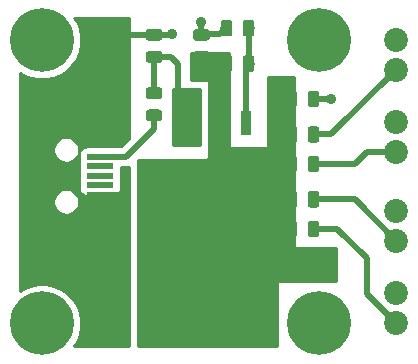
<source format=gbr>
G04 #@! TF.GenerationSoftware,KiCad,Pcbnew,(5.1.4)-1*
G04 #@! TF.CreationDate,2019-10-26T12:02:25-04:00*
G04 #@! TF.ProjectId,solar_NiMH_emulation,736f6c61-725f-44e6-994d-485f656d756c,rev?*
G04 #@! TF.SameCoordinates,Original*
G04 #@! TF.FileFunction,Copper,L1,Top*
G04 #@! TF.FilePolarity,Positive*
%FSLAX46Y46*%
G04 Gerber Fmt 4.6, Leading zero omitted, Abs format (unit mm)*
G04 Created by KiCad (PCBNEW (5.1.4)-1) date 2019-10-26 12:02:25*
%MOMM*%
%LPD*%
G04 APERTURE LIST*
%ADD10C,5.400000*%
%ADD11C,0.100000*%
%ADD12C,0.975000*%
%ADD13R,2.500000X2.000000*%
%ADD14R,2.300000X0.500000*%
%ADD15C,2.020000*%
%ADD16R,0.950000X2.150000*%
%ADD17R,3.250000X2.150000*%
%ADD18C,0.900000*%
%ADD19C,0.500000*%
%ADD20C,0.254000*%
G04 APERTURE END LIST*
D10*
X141500000Y-93000000D03*
X141500000Y-117000000D03*
X118000000Y-117000000D03*
X118000000Y-93000000D03*
D11*
G36*
X127980142Y-93951174D02*
G01*
X128003803Y-93954684D01*
X128027007Y-93960496D01*
X128049529Y-93968554D01*
X128071153Y-93978782D01*
X128091670Y-93991079D01*
X128110883Y-94005329D01*
X128128607Y-94021393D01*
X128144671Y-94039117D01*
X128158921Y-94058330D01*
X128171218Y-94078847D01*
X128181446Y-94100471D01*
X128189504Y-94122993D01*
X128195316Y-94146197D01*
X128198826Y-94169858D01*
X128200000Y-94193750D01*
X128200000Y-94681250D01*
X128198826Y-94705142D01*
X128195316Y-94728803D01*
X128189504Y-94752007D01*
X128181446Y-94774529D01*
X128171218Y-94796153D01*
X128158921Y-94816670D01*
X128144671Y-94835883D01*
X128128607Y-94853607D01*
X128110883Y-94869671D01*
X128091670Y-94883921D01*
X128071153Y-94896218D01*
X128049529Y-94906446D01*
X128027007Y-94914504D01*
X128003803Y-94920316D01*
X127980142Y-94923826D01*
X127956250Y-94925000D01*
X127043750Y-94925000D01*
X127019858Y-94923826D01*
X126996197Y-94920316D01*
X126972993Y-94914504D01*
X126950471Y-94906446D01*
X126928847Y-94896218D01*
X126908330Y-94883921D01*
X126889117Y-94869671D01*
X126871393Y-94853607D01*
X126855329Y-94835883D01*
X126841079Y-94816670D01*
X126828782Y-94796153D01*
X126818554Y-94774529D01*
X126810496Y-94752007D01*
X126804684Y-94728803D01*
X126801174Y-94705142D01*
X126800000Y-94681250D01*
X126800000Y-94193750D01*
X126801174Y-94169858D01*
X126804684Y-94146197D01*
X126810496Y-94122993D01*
X126818554Y-94100471D01*
X126828782Y-94078847D01*
X126841079Y-94058330D01*
X126855329Y-94039117D01*
X126871393Y-94021393D01*
X126889117Y-94005329D01*
X126908330Y-93991079D01*
X126928847Y-93978782D01*
X126950471Y-93968554D01*
X126972993Y-93960496D01*
X126996197Y-93954684D01*
X127019858Y-93951174D01*
X127043750Y-93950000D01*
X127956250Y-93950000D01*
X127980142Y-93951174D01*
X127980142Y-93951174D01*
G37*
D12*
X127500000Y-94437500D03*
D11*
G36*
X127980142Y-92076174D02*
G01*
X128003803Y-92079684D01*
X128027007Y-92085496D01*
X128049529Y-92093554D01*
X128071153Y-92103782D01*
X128091670Y-92116079D01*
X128110883Y-92130329D01*
X128128607Y-92146393D01*
X128144671Y-92164117D01*
X128158921Y-92183330D01*
X128171218Y-92203847D01*
X128181446Y-92225471D01*
X128189504Y-92247993D01*
X128195316Y-92271197D01*
X128198826Y-92294858D01*
X128200000Y-92318750D01*
X128200000Y-92806250D01*
X128198826Y-92830142D01*
X128195316Y-92853803D01*
X128189504Y-92877007D01*
X128181446Y-92899529D01*
X128171218Y-92921153D01*
X128158921Y-92941670D01*
X128144671Y-92960883D01*
X128128607Y-92978607D01*
X128110883Y-92994671D01*
X128091670Y-93008921D01*
X128071153Y-93021218D01*
X128049529Y-93031446D01*
X128027007Y-93039504D01*
X128003803Y-93045316D01*
X127980142Y-93048826D01*
X127956250Y-93050000D01*
X127043750Y-93050000D01*
X127019858Y-93048826D01*
X126996197Y-93045316D01*
X126972993Y-93039504D01*
X126950471Y-93031446D01*
X126928847Y-93021218D01*
X126908330Y-93008921D01*
X126889117Y-92994671D01*
X126871393Y-92978607D01*
X126855329Y-92960883D01*
X126841079Y-92941670D01*
X126828782Y-92921153D01*
X126818554Y-92899529D01*
X126810496Y-92877007D01*
X126804684Y-92853803D01*
X126801174Y-92830142D01*
X126800000Y-92806250D01*
X126800000Y-92318750D01*
X126801174Y-92294858D01*
X126804684Y-92271197D01*
X126810496Y-92247993D01*
X126818554Y-92225471D01*
X126828782Y-92203847D01*
X126841079Y-92183330D01*
X126855329Y-92164117D01*
X126871393Y-92146393D01*
X126889117Y-92130329D01*
X126908330Y-92116079D01*
X126928847Y-92103782D01*
X126950471Y-92093554D01*
X126972993Y-92085496D01*
X126996197Y-92079684D01*
X127019858Y-92076174D01*
X127043750Y-92075000D01*
X127956250Y-92075000D01*
X127980142Y-92076174D01*
X127980142Y-92076174D01*
G37*
D12*
X127500000Y-92562500D03*
D11*
G36*
X131980142Y-92076174D02*
G01*
X132003803Y-92079684D01*
X132027007Y-92085496D01*
X132049529Y-92093554D01*
X132071153Y-92103782D01*
X132091670Y-92116079D01*
X132110883Y-92130329D01*
X132128607Y-92146393D01*
X132144671Y-92164117D01*
X132158921Y-92183330D01*
X132171218Y-92203847D01*
X132181446Y-92225471D01*
X132189504Y-92247993D01*
X132195316Y-92271197D01*
X132198826Y-92294858D01*
X132200000Y-92318750D01*
X132200000Y-92806250D01*
X132198826Y-92830142D01*
X132195316Y-92853803D01*
X132189504Y-92877007D01*
X132181446Y-92899529D01*
X132171218Y-92921153D01*
X132158921Y-92941670D01*
X132144671Y-92960883D01*
X132128607Y-92978607D01*
X132110883Y-92994671D01*
X132091670Y-93008921D01*
X132071153Y-93021218D01*
X132049529Y-93031446D01*
X132027007Y-93039504D01*
X132003803Y-93045316D01*
X131980142Y-93048826D01*
X131956250Y-93050000D01*
X131043750Y-93050000D01*
X131019858Y-93048826D01*
X130996197Y-93045316D01*
X130972993Y-93039504D01*
X130950471Y-93031446D01*
X130928847Y-93021218D01*
X130908330Y-93008921D01*
X130889117Y-92994671D01*
X130871393Y-92978607D01*
X130855329Y-92960883D01*
X130841079Y-92941670D01*
X130828782Y-92921153D01*
X130818554Y-92899529D01*
X130810496Y-92877007D01*
X130804684Y-92853803D01*
X130801174Y-92830142D01*
X130800000Y-92806250D01*
X130800000Y-92318750D01*
X130801174Y-92294858D01*
X130804684Y-92271197D01*
X130810496Y-92247993D01*
X130818554Y-92225471D01*
X130828782Y-92203847D01*
X130841079Y-92183330D01*
X130855329Y-92164117D01*
X130871393Y-92146393D01*
X130889117Y-92130329D01*
X130908330Y-92116079D01*
X130928847Y-92103782D01*
X130950471Y-92093554D01*
X130972993Y-92085496D01*
X130996197Y-92079684D01*
X131019858Y-92076174D01*
X131043750Y-92075000D01*
X131956250Y-92075000D01*
X131980142Y-92076174D01*
X131980142Y-92076174D01*
G37*
D12*
X131500000Y-92562500D03*
D11*
G36*
X131980142Y-93951174D02*
G01*
X132003803Y-93954684D01*
X132027007Y-93960496D01*
X132049529Y-93968554D01*
X132071153Y-93978782D01*
X132091670Y-93991079D01*
X132110883Y-94005329D01*
X132128607Y-94021393D01*
X132144671Y-94039117D01*
X132158921Y-94058330D01*
X132171218Y-94078847D01*
X132181446Y-94100471D01*
X132189504Y-94122993D01*
X132195316Y-94146197D01*
X132198826Y-94169858D01*
X132200000Y-94193750D01*
X132200000Y-94681250D01*
X132198826Y-94705142D01*
X132195316Y-94728803D01*
X132189504Y-94752007D01*
X132181446Y-94774529D01*
X132171218Y-94796153D01*
X132158921Y-94816670D01*
X132144671Y-94835883D01*
X132128607Y-94853607D01*
X132110883Y-94869671D01*
X132091670Y-94883921D01*
X132071153Y-94896218D01*
X132049529Y-94906446D01*
X132027007Y-94914504D01*
X132003803Y-94920316D01*
X131980142Y-94923826D01*
X131956250Y-94925000D01*
X131043750Y-94925000D01*
X131019858Y-94923826D01*
X130996197Y-94920316D01*
X130972993Y-94914504D01*
X130950471Y-94906446D01*
X130928847Y-94896218D01*
X130908330Y-94883921D01*
X130889117Y-94869671D01*
X130871393Y-94853607D01*
X130855329Y-94835883D01*
X130841079Y-94816670D01*
X130828782Y-94796153D01*
X130818554Y-94774529D01*
X130810496Y-94752007D01*
X130804684Y-94728803D01*
X130801174Y-94705142D01*
X130800000Y-94681250D01*
X130800000Y-94193750D01*
X130801174Y-94169858D01*
X130804684Y-94146197D01*
X130810496Y-94122993D01*
X130818554Y-94100471D01*
X130828782Y-94078847D01*
X130841079Y-94058330D01*
X130855329Y-94039117D01*
X130871393Y-94021393D01*
X130889117Y-94005329D01*
X130908330Y-93991079D01*
X130928847Y-93978782D01*
X130950471Y-93968554D01*
X130972993Y-93960496D01*
X130996197Y-93954684D01*
X131019858Y-93951174D01*
X131043750Y-93950000D01*
X131956250Y-93950000D01*
X131980142Y-93951174D01*
X131980142Y-93951174D01*
G37*
D12*
X131500000Y-94437500D03*
D13*
X117319001Y-108950000D03*
X117319001Y-100050000D03*
X122819001Y-100050000D03*
X122819001Y-108950000D03*
D14*
X122919001Y-102900000D03*
X122919001Y-103700000D03*
X122919001Y-104500000D03*
X122919001Y-105300000D03*
X122919001Y-106100000D03*
D15*
X148000000Y-95540000D03*
X148000000Y-93000000D03*
X148000000Y-99960000D03*
X148000000Y-102500000D03*
X148000000Y-110000000D03*
X148000000Y-107460000D03*
X148000000Y-114460000D03*
X148000000Y-117000000D03*
D11*
G36*
X127980142Y-97013674D02*
G01*
X128003803Y-97017184D01*
X128027007Y-97022996D01*
X128049529Y-97031054D01*
X128071153Y-97041282D01*
X128091670Y-97053579D01*
X128110883Y-97067829D01*
X128128607Y-97083893D01*
X128144671Y-97101617D01*
X128158921Y-97120830D01*
X128171218Y-97141347D01*
X128181446Y-97162971D01*
X128189504Y-97185493D01*
X128195316Y-97208697D01*
X128198826Y-97232358D01*
X128200000Y-97256250D01*
X128200000Y-97743750D01*
X128198826Y-97767642D01*
X128195316Y-97791303D01*
X128189504Y-97814507D01*
X128181446Y-97837029D01*
X128171218Y-97858653D01*
X128158921Y-97879170D01*
X128144671Y-97898383D01*
X128128607Y-97916107D01*
X128110883Y-97932171D01*
X128091670Y-97946421D01*
X128071153Y-97958718D01*
X128049529Y-97968946D01*
X128027007Y-97977004D01*
X128003803Y-97982816D01*
X127980142Y-97986326D01*
X127956250Y-97987500D01*
X127043750Y-97987500D01*
X127019858Y-97986326D01*
X126996197Y-97982816D01*
X126972993Y-97977004D01*
X126950471Y-97968946D01*
X126928847Y-97958718D01*
X126908330Y-97946421D01*
X126889117Y-97932171D01*
X126871393Y-97916107D01*
X126855329Y-97898383D01*
X126841079Y-97879170D01*
X126828782Y-97858653D01*
X126818554Y-97837029D01*
X126810496Y-97814507D01*
X126804684Y-97791303D01*
X126801174Y-97767642D01*
X126800000Y-97743750D01*
X126800000Y-97256250D01*
X126801174Y-97232358D01*
X126804684Y-97208697D01*
X126810496Y-97185493D01*
X126818554Y-97162971D01*
X126828782Y-97141347D01*
X126841079Y-97120830D01*
X126855329Y-97101617D01*
X126871393Y-97083893D01*
X126889117Y-97067829D01*
X126908330Y-97053579D01*
X126928847Y-97041282D01*
X126950471Y-97031054D01*
X126972993Y-97022996D01*
X126996197Y-97017184D01*
X127019858Y-97013674D01*
X127043750Y-97012500D01*
X127956250Y-97012500D01*
X127980142Y-97013674D01*
X127980142Y-97013674D01*
G37*
D12*
X127500000Y-97500000D03*
D11*
G36*
X127980142Y-98888674D02*
G01*
X128003803Y-98892184D01*
X128027007Y-98897996D01*
X128049529Y-98906054D01*
X128071153Y-98916282D01*
X128091670Y-98928579D01*
X128110883Y-98942829D01*
X128128607Y-98958893D01*
X128144671Y-98976617D01*
X128158921Y-98995830D01*
X128171218Y-99016347D01*
X128181446Y-99037971D01*
X128189504Y-99060493D01*
X128195316Y-99083697D01*
X128198826Y-99107358D01*
X128200000Y-99131250D01*
X128200000Y-99618750D01*
X128198826Y-99642642D01*
X128195316Y-99666303D01*
X128189504Y-99689507D01*
X128181446Y-99712029D01*
X128171218Y-99733653D01*
X128158921Y-99754170D01*
X128144671Y-99773383D01*
X128128607Y-99791107D01*
X128110883Y-99807171D01*
X128091670Y-99821421D01*
X128071153Y-99833718D01*
X128049529Y-99843946D01*
X128027007Y-99852004D01*
X128003803Y-99857816D01*
X127980142Y-99861326D01*
X127956250Y-99862500D01*
X127043750Y-99862500D01*
X127019858Y-99861326D01*
X126996197Y-99857816D01*
X126972993Y-99852004D01*
X126950471Y-99843946D01*
X126928847Y-99833718D01*
X126908330Y-99821421D01*
X126889117Y-99807171D01*
X126871393Y-99791107D01*
X126855329Y-99773383D01*
X126841079Y-99754170D01*
X126828782Y-99733653D01*
X126818554Y-99712029D01*
X126810496Y-99689507D01*
X126804684Y-99666303D01*
X126801174Y-99642642D01*
X126800000Y-99618750D01*
X126800000Y-99131250D01*
X126801174Y-99107358D01*
X126804684Y-99083697D01*
X126810496Y-99060493D01*
X126818554Y-99037971D01*
X126828782Y-99016347D01*
X126841079Y-98995830D01*
X126855329Y-98976617D01*
X126871393Y-98958893D01*
X126889117Y-98942829D01*
X126908330Y-98928579D01*
X126928847Y-98916282D01*
X126950471Y-98906054D01*
X126972993Y-98897996D01*
X126996197Y-98892184D01*
X127019858Y-98888674D01*
X127043750Y-98887500D01*
X127956250Y-98887500D01*
X127980142Y-98888674D01*
X127980142Y-98888674D01*
G37*
D12*
X127500000Y-99375000D03*
D11*
G36*
X133892642Y-91301174D02*
G01*
X133916303Y-91304684D01*
X133939507Y-91310496D01*
X133962029Y-91318554D01*
X133983653Y-91328782D01*
X134004170Y-91341079D01*
X134023383Y-91355329D01*
X134041107Y-91371393D01*
X134057171Y-91389117D01*
X134071421Y-91408330D01*
X134083718Y-91428847D01*
X134093946Y-91450471D01*
X134102004Y-91472993D01*
X134107816Y-91496197D01*
X134111326Y-91519858D01*
X134112500Y-91543750D01*
X134112500Y-92456250D01*
X134111326Y-92480142D01*
X134107816Y-92503803D01*
X134102004Y-92527007D01*
X134093946Y-92549529D01*
X134083718Y-92571153D01*
X134071421Y-92591670D01*
X134057171Y-92610883D01*
X134041107Y-92628607D01*
X134023383Y-92644671D01*
X134004170Y-92658921D01*
X133983653Y-92671218D01*
X133962029Y-92681446D01*
X133939507Y-92689504D01*
X133916303Y-92695316D01*
X133892642Y-92698826D01*
X133868750Y-92700000D01*
X133381250Y-92700000D01*
X133357358Y-92698826D01*
X133333697Y-92695316D01*
X133310493Y-92689504D01*
X133287971Y-92681446D01*
X133266347Y-92671218D01*
X133245830Y-92658921D01*
X133226617Y-92644671D01*
X133208893Y-92628607D01*
X133192829Y-92610883D01*
X133178579Y-92591670D01*
X133166282Y-92571153D01*
X133156054Y-92549529D01*
X133147996Y-92527007D01*
X133142184Y-92503803D01*
X133138674Y-92480142D01*
X133137500Y-92456250D01*
X133137500Y-91543750D01*
X133138674Y-91519858D01*
X133142184Y-91496197D01*
X133147996Y-91472993D01*
X133156054Y-91450471D01*
X133166282Y-91428847D01*
X133178579Y-91408330D01*
X133192829Y-91389117D01*
X133208893Y-91371393D01*
X133226617Y-91355329D01*
X133245830Y-91341079D01*
X133266347Y-91328782D01*
X133287971Y-91318554D01*
X133310493Y-91310496D01*
X133333697Y-91304684D01*
X133357358Y-91301174D01*
X133381250Y-91300000D01*
X133868750Y-91300000D01*
X133892642Y-91301174D01*
X133892642Y-91301174D01*
G37*
D12*
X133625000Y-92000000D03*
D11*
G36*
X135767642Y-91301174D02*
G01*
X135791303Y-91304684D01*
X135814507Y-91310496D01*
X135837029Y-91318554D01*
X135858653Y-91328782D01*
X135879170Y-91341079D01*
X135898383Y-91355329D01*
X135916107Y-91371393D01*
X135932171Y-91389117D01*
X135946421Y-91408330D01*
X135958718Y-91428847D01*
X135968946Y-91450471D01*
X135977004Y-91472993D01*
X135982816Y-91496197D01*
X135986326Y-91519858D01*
X135987500Y-91543750D01*
X135987500Y-92456250D01*
X135986326Y-92480142D01*
X135982816Y-92503803D01*
X135977004Y-92527007D01*
X135968946Y-92549529D01*
X135958718Y-92571153D01*
X135946421Y-92591670D01*
X135932171Y-92610883D01*
X135916107Y-92628607D01*
X135898383Y-92644671D01*
X135879170Y-92658921D01*
X135858653Y-92671218D01*
X135837029Y-92681446D01*
X135814507Y-92689504D01*
X135791303Y-92695316D01*
X135767642Y-92698826D01*
X135743750Y-92700000D01*
X135256250Y-92700000D01*
X135232358Y-92698826D01*
X135208697Y-92695316D01*
X135185493Y-92689504D01*
X135162971Y-92681446D01*
X135141347Y-92671218D01*
X135120830Y-92658921D01*
X135101617Y-92644671D01*
X135083893Y-92628607D01*
X135067829Y-92610883D01*
X135053579Y-92591670D01*
X135041282Y-92571153D01*
X135031054Y-92549529D01*
X135022996Y-92527007D01*
X135017184Y-92503803D01*
X135013674Y-92480142D01*
X135012500Y-92456250D01*
X135012500Y-91543750D01*
X135013674Y-91519858D01*
X135017184Y-91496197D01*
X135022996Y-91472993D01*
X135031054Y-91450471D01*
X135041282Y-91428847D01*
X135053579Y-91408330D01*
X135067829Y-91389117D01*
X135083893Y-91371393D01*
X135101617Y-91355329D01*
X135120830Y-91341079D01*
X135141347Y-91328782D01*
X135162971Y-91318554D01*
X135185493Y-91310496D01*
X135208697Y-91304684D01*
X135232358Y-91301174D01*
X135256250Y-91300000D01*
X135743750Y-91300000D01*
X135767642Y-91301174D01*
X135767642Y-91301174D01*
G37*
D12*
X135500000Y-92000000D03*
D11*
G36*
X133892642Y-94301174D02*
G01*
X133916303Y-94304684D01*
X133939507Y-94310496D01*
X133962029Y-94318554D01*
X133983653Y-94328782D01*
X134004170Y-94341079D01*
X134023383Y-94355329D01*
X134041107Y-94371393D01*
X134057171Y-94389117D01*
X134071421Y-94408330D01*
X134083718Y-94428847D01*
X134093946Y-94450471D01*
X134102004Y-94472993D01*
X134107816Y-94496197D01*
X134111326Y-94519858D01*
X134112500Y-94543750D01*
X134112500Y-95456250D01*
X134111326Y-95480142D01*
X134107816Y-95503803D01*
X134102004Y-95527007D01*
X134093946Y-95549529D01*
X134083718Y-95571153D01*
X134071421Y-95591670D01*
X134057171Y-95610883D01*
X134041107Y-95628607D01*
X134023383Y-95644671D01*
X134004170Y-95658921D01*
X133983653Y-95671218D01*
X133962029Y-95681446D01*
X133939507Y-95689504D01*
X133916303Y-95695316D01*
X133892642Y-95698826D01*
X133868750Y-95700000D01*
X133381250Y-95700000D01*
X133357358Y-95698826D01*
X133333697Y-95695316D01*
X133310493Y-95689504D01*
X133287971Y-95681446D01*
X133266347Y-95671218D01*
X133245830Y-95658921D01*
X133226617Y-95644671D01*
X133208893Y-95628607D01*
X133192829Y-95610883D01*
X133178579Y-95591670D01*
X133166282Y-95571153D01*
X133156054Y-95549529D01*
X133147996Y-95527007D01*
X133142184Y-95503803D01*
X133138674Y-95480142D01*
X133137500Y-95456250D01*
X133137500Y-94543750D01*
X133138674Y-94519858D01*
X133142184Y-94496197D01*
X133147996Y-94472993D01*
X133156054Y-94450471D01*
X133166282Y-94428847D01*
X133178579Y-94408330D01*
X133192829Y-94389117D01*
X133208893Y-94371393D01*
X133226617Y-94355329D01*
X133245830Y-94341079D01*
X133266347Y-94328782D01*
X133287971Y-94318554D01*
X133310493Y-94310496D01*
X133333697Y-94304684D01*
X133357358Y-94301174D01*
X133381250Y-94300000D01*
X133868750Y-94300000D01*
X133892642Y-94301174D01*
X133892642Y-94301174D01*
G37*
D12*
X133625000Y-95000000D03*
D11*
G36*
X135767642Y-94301174D02*
G01*
X135791303Y-94304684D01*
X135814507Y-94310496D01*
X135837029Y-94318554D01*
X135858653Y-94328782D01*
X135879170Y-94341079D01*
X135898383Y-94355329D01*
X135916107Y-94371393D01*
X135932171Y-94389117D01*
X135946421Y-94408330D01*
X135958718Y-94428847D01*
X135968946Y-94450471D01*
X135977004Y-94472993D01*
X135982816Y-94496197D01*
X135986326Y-94519858D01*
X135987500Y-94543750D01*
X135987500Y-95456250D01*
X135986326Y-95480142D01*
X135982816Y-95503803D01*
X135977004Y-95527007D01*
X135968946Y-95549529D01*
X135958718Y-95571153D01*
X135946421Y-95591670D01*
X135932171Y-95610883D01*
X135916107Y-95628607D01*
X135898383Y-95644671D01*
X135879170Y-95658921D01*
X135858653Y-95671218D01*
X135837029Y-95681446D01*
X135814507Y-95689504D01*
X135791303Y-95695316D01*
X135767642Y-95698826D01*
X135743750Y-95700000D01*
X135256250Y-95700000D01*
X135232358Y-95698826D01*
X135208697Y-95695316D01*
X135185493Y-95689504D01*
X135162971Y-95681446D01*
X135141347Y-95671218D01*
X135120830Y-95658921D01*
X135101617Y-95644671D01*
X135083893Y-95628607D01*
X135067829Y-95610883D01*
X135053579Y-95591670D01*
X135041282Y-95571153D01*
X135031054Y-95549529D01*
X135022996Y-95527007D01*
X135017184Y-95503803D01*
X135013674Y-95480142D01*
X135012500Y-95456250D01*
X135012500Y-94543750D01*
X135013674Y-94519858D01*
X135017184Y-94496197D01*
X135022996Y-94472993D01*
X135031054Y-94450471D01*
X135041282Y-94428847D01*
X135053579Y-94408330D01*
X135067829Y-94389117D01*
X135083893Y-94371393D01*
X135101617Y-94355329D01*
X135120830Y-94341079D01*
X135141347Y-94328782D01*
X135162971Y-94318554D01*
X135185493Y-94310496D01*
X135208697Y-94304684D01*
X135232358Y-94301174D01*
X135256250Y-94300000D01*
X135743750Y-94300000D01*
X135767642Y-94301174D01*
X135767642Y-94301174D01*
G37*
D12*
X135500000Y-95000000D03*
D11*
G36*
X139392642Y-100301174D02*
G01*
X139416303Y-100304684D01*
X139439507Y-100310496D01*
X139462029Y-100318554D01*
X139483653Y-100328782D01*
X139504170Y-100341079D01*
X139523383Y-100355329D01*
X139541107Y-100371393D01*
X139557171Y-100389117D01*
X139571421Y-100408330D01*
X139583718Y-100428847D01*
X139593946Y-100450471D01*
X139602004Y-100472993D01*
X139607816Y-100496197D01*
X139611326Y-100519858D01*
X139612500Y-100543750D01*
X139612500Y-101456250D01*
X139611326Y-101480142D01*
X139607816Y-101503803D01*
X139602004Y-101527007D01*
X139593946Y-101549529D01*
X139583718Y-101571153D01*
X139571421Y-101591670D01*
X139557171Y-101610883D01*
X139541107Y-101628607D01*
X139523383Y-101644671D01*
X139504170Y-101658921D01*
X139483653Y-101671218D01*
X139462029Y-101681446D01*
X139439507Y-101689504D01*
X139416303Y-101695316D01*
X139392642Y-101698826D01*
X139368750Y-101700000D01*
X138881250Y-101700000D01*
X138857358Y-101698826D01*
X138833697Y-101695316D01*
X138810493Y-101689504D01*
X138787971Y-101681446D01*
X138766347Y-101671218D01*
X138745830Y-101658921D01*
X138726617Y-101644671D01*
X138708893Y-101628607D01*
X138692829Y-101610883D01*
X138678579Y-101591670D01*
X138666282Y-101571153D01*
X138656054Y-101549529D01*
X138647996Y-101527007D01*
X138642184Y-101503803D01*
X138638674Y-101480142D01*
X138637500Y-101456250D01*
X138637500Y-100543750D01*
X138638674Y-100519858D01*
X138642184Y-100496197D01*
X138647996Y-100472993D01*
X138656054Y-100450471D01*
X138666282Y-100428847D01*
X138678579Y-100408330D01*
X138692829Y-100389117D01*
X138708893Y-100371393D01*
X138726617Y-100355329D01*
X138745830Y-100341079D01*
X138766347Y-100328782D01*
X138787971Y-100318554D01*
X138810493Y-100310496D01*
X138833697Y-100304684D01*
X138857358Y-100301174D01*
X138881250Y-100300000D01*
X139368750Y-100300000D01*
X139392642Y-100301174D01*
X139392642Y-100301174D01*
G37*
D12*
X139125000Y-101000000D03*
D11*
G36*
X141267642Y-100301174D02*
G01*
X141291303Y-100304684D01*
X141314507Y-100310496D01*
X141337029Y-100318554D01*
X141358653Y-100328782D01*
X141379170Y-100341079D01*
X141398383Y-100355329D01*
X141416107Y-100371393D01*
X141432171Y-100389117D01*
X141446421Y-100408330D01*
X141458718Y-100428847D01*
X141468946Y-100450471D01*
X141477004Y-100472993D01*
X141482816Y-100496197D01*
X141486326Y-100519858D01*
X141487500Y-100543750D01*
X141487500Y-101456250D01*
X141486326Y-101480142D01*
X141482816Y-101503803D01*
X141477004Y-101527007D01*
X141468946Y-101549529D01*
X141458718Y-101571153D01*
X141446421Y-101591670D01*
X141432171Y-101610883D01*
X141416107Y-101628607D01*
X141398383Y-101644671D01*
X141379170Y-101658921D01*
X141358653Y-101671218D01*
X141337029Y-101681446D01*
X141314507Y-101689504D01*
X141291303Y-101695316D01*
X141267642Y-101698826D01*
X141243750Y-101700000D01*
X140756250Y-101700000D01*
X140732358Y-101698826D01*
X140708697Y-101695316D01*
X140685493Y-101689504D01*
X140662971Y-101681446D01*
X140641347Y-101671218D01*
X140620830Y-101658921D01*
X140601617Y-101644671D01*
X140583893Y-101628607D01*
X140567829Y-101610883D01*
X140553579Y-101591670D01*
X140541282Y-101571153D01*
X140531054Y-101549529D01*
X140522996Y-101527007D01*
X140517184Y-101503803D01*
X140513674Y-101480142D01*
X140512500Y-101456250D01*
X140512500Y-100543750D01*
X140513674Y-100519858D01*
X140517184Y-100496197D01*
X140522996Y-100472993D01*
X140531054Y-100450471D01*
X140541282Y-100428847D01*
X140553579Y-100408330D01*
X140567829Y-100389117D01*
X140583893Y-100371393D01*
X140601617Y-100355329D01*
X140620830Y-100341079D01*
X140641347Y-100328782D01*
X140662971Y-100318554D01*
X140685493Y-100310496D01*
X140708697Y-100304684D01*
X140732358Y-100301174D01*
X140756250Y-100300000D01*
X141243750Y-100300000D01*
X141267642Y-100301174D01*
X141267642Y-100301174D01*
G37*
D12*
X141000000Y-101000000D03*
D11*
G36*
X141267642Y-102801174D02*
G01*
X141291303Y-102804684D01*
X141314507Y-102810496D01*
X141337029Y-102818554D01*
X141358653Y-102828782D01*
X141379170Y-102841079D01*
X141398383Y-102855329D01*
X141416107Y-102871393D01*
X141432171Y-102889117D01*
X141446421Y-102908330D01*
X141458718Y-102928847D01*
X141468946Y-102950471D01*
X141477004Y-102972993D01*
X141482816Y-102996197D01*
X141486326Y-103019858D01*
X141487500Y-103043750D01*
X141487500Y-103956250D01*
X141486326Y-103980142D01*
X141482816Y-104003803D01*
X141477004Y-104027007D01*
X141468946Y-104049529D01*
X141458718Y-104071153D01*
X141446421Y-104091670D01*
X141432171Y-104110883D01*
X141416107Y-104128607D01*
X141398383Y-104144671D01*
X141379170Y-104158921D01*
X141358653Y-104171218D01*
X141337029Y-104181446D01*
X141314507Y-104189504D01*
X141291303Y-104195316D01*
X141267642Y-104198826D01*
X141243750Y-104200000D01*
X140756250Y-104200000D01*
X140732358Y-104198826D01*
X140708697Y-104195316D01*
X140685493Y-104189504D01*
X140662971Y-104181446D01*
X140641347Y-104171218D01*
X140620830Y-104158921D01*
X140601617Y-104144671D01*
X140583893Y-104128607D01*
X140567829Y-104110883D01*
X140553579Y-104091670D01*
X140541282Y-104071153D01*
X140531054Y-104049529D01*
X140522996Y-104027007D01*
X140517184Y-104003803D01*
X140513674Y-103980142D01*
X140512500Y-103956250D01*
X140512500Y-103043750D01*
X140513674Y-103019858D01*
X140517184Y-102996197D01*
X140522996Y-102972993D01*
X140531054Y-102950471D01*
X140541282Y-102928847D01*
X140553579Y-102908330D01*
X140567829Y-102889117D01*
X140583893Y-102871393D01*
X140601617Y-102855329D01*
X140620830Y-102841079D01*
X140641347Y-102828782D01*
X140662971Y-102818554D01*
X140685493Y-102810496D01*
X140708697Y-102804684D01*
X140732358Y-102801174D01*
X140756250Y-102800000D01*
X141243750Y-102800000D01*
X141267642Y-102801174D01*
X141267642Y-102801174D01*
G37*
D12*
X141000000Y-103500000D03*
D11*
G36*
X139392642Y-102801174D02*
G01*
X139416303Y-102804684D01*
X139439507Y-102810496D01*
X139462029Y-102818554D01*
X139483653Y-102828782D01*
X139504170Y-102841079D01*
X139523383Y-102855329D01*
X139541107Y-102871393D01*
X139557171Y-102889117D01*
X139571421Y-102908330D01*
X139583718Y-102928847D01*
X139593946Y-102950471D01*
X139602004Y-102972993D01*
X139607816Y-102996197D01*
X139611326Y-103019858D01*
X139612500Y-103043750D01*
X139612500Y-103956250D01*
X139611326Y-103980142D01*
X139607816Y-104003803D01*
X139602004Y-104027007D01*
X139593946Y-104049529D01*
X139583718Y-104071153D01*
X139571421Y-104091670D01*
X139557171Y-104110883D01*
X139541107Y-104128607D01*
X139523383Y-104144671D01*
X139504170Y-104158921D01*
X139483653Y-104171218D01*
X139462029Y-104181446D01*
X139439507Y-104189504D01*
X139416303Y-104195316D01*
X139392642Y-104198826D01*
X139368750Y-104200000D01*
X138881250Y-104200000D01*
X138857358Y-104198826D01*
X138833697Y-104195316D01*
X138810493Y-104189504D01*
X138787971Y-104181446D01*
X138766347Y-104171218D01*
X138745830Y-104158921D01*
X138726617Y-104144671D01*
X138708893Y-104128607D01*
X138692829Y-104110883D01*
X138678579Y-104091670D01*
X138666282Y-104071153D01*
X138656054Y-104049529D01*
X138647996Y-104027007D01*
X138642184Y-104003803D01*
X138638674Y-103980142D01*
X138637500Y-103956250D01*
X138637500Y-103043750D01*
X138638674Y-103019858D01*
X138642184Y-102996197D01*
X138647996Y-102972993D01*
X138656054Y-102950471D01*
X138666282Y-102928847D01*
X138678579Y-102908330D01*
X138692829Y-102889117D01*
X138708893Y-102871393D01*
X138726617Y-102855329D01*
X138745830Y-102841079D01*
X138766347Y-102828782D01*
X138787971Y-102818554D01*
X138810493Y-102810496D01*
X138833697Y-102804684D01*
X138857358Y-102801174D01*
X138881250Y-102800000D01*
X139368750Y-102800000D01*
X139392642Y-102801174D01*
X139392642Y-102801174D01*
G37*
D12*
X139125000Y-103500000D03*
D11*
G36*
X139392642Y-105801174D02*
G01*
X139416303Y-105804684D01*
X139439507Y-105810496D01*
X139462029Y-105818554D01*
X139483653Y-105828782D01*
X139504170Y-105841079D01*
X139523383Y-105855329D01*
X139541107Y-105871393D01*
X139557171Y-105889117D01*
X139571421Y-105908330D01*
X139583718Y-105928847D01*
X139593946Y-105950471D01*
X139602004Y-105972993D01*
X139607816Y-105996197D01*
X139611326Y-106019858D01*
X139612500Y-106043750D01*
X139612500Y-106956250D01*
X139611326Y-106980142D01*
X139607816Y-107003803D01*
X139602004Y-107027007D01*
X139593946Y-107049529D01*
X139583718Y-107071153D01*
X139571421Y-107091670D01*
X139557171Y-107110883D01*
X139541107Y-107128607D01*
X139523383Y-107144671D01*
X139504170Y-107158921D01*
X139483653Y-107171218D01*
X139462029Y-107181446D01*
X139439507Y-107189504D01*
X139416303Y-107195316D01*
X139392642Y-107198826D01*
X139368750Y-107200000D01*
X138881250Y-107200000D01*
X138857358Y-107198826D01*
X138833697Y-107195316D01*
X138810493Y-107189504D01*
X138787971Y-107181446D01*
X138766347Y-107171218D01*
X138745830Y-107158921D01*
X138726617Y-107144671D01*
X138708893Y-107128607D01*
X138692829Y-107110883D01*
X138678579Y-107091670D01*
X138666282Y-107071153D01*
X138656054Y-107049529D01*
X138647996Y-107027007D01*
X138642184Y-107003803D01*
X138638674Y-106980142D01*
X138637500Y-106956250D01*
X138637500Y-106043750D01*
X138638674Y-106019858D01*
X138642184Y-105996197D01*
X138647996Y-105972993D01*
X138656054Y-105950471D01*
X138666282Y-105928847D01*
X138678579Y-105908330D01*
X138692829Y-105889117D01*
X138708893Y-105871393D01*
X138726617Y-105855329D01*
X138745830Y-105841079D01*
X138766347Y-105828782D01*
X138787971Y-105818554D01*
X138810493Y-105810496D01*
X138833697Y-105804684D01*
X138857358Y-105801174D01*
X138881250Y-105800000D01*
X139368750Y-105800000D01*
X139392642Y-105801174D01*
X139392642Y-105801174D01*
G37*
D12*
X139125000Y-106500000D03*
D11*
G36*
X141267642Y-105801174D02*
G01*
X141291303Y-105804684D01*
X141314507Y-105810496D01*
X141337029Y-105818554D01*
X141358653Y-105828782D01*
X141379170Y-105841079D01*
X141398383Y-105855329D01*
X141416107Y-105871393D01*
X141432171Y-105889117D01*
X141446421Y-105908330D01*
X141458718Y-105928847D01*
X141468946Y-105950471D01*
X141477004Y-105972993D01*
X141482816Y-105996197D01*
X141486326Y-106019858D01*
X141487500Y-106043750D01*
X141487500Y-106956250D01*
X141486326Y-106980142D01*
X141482816Y-107003803D01*
X141477004Y-107027007D01*
X141468946Y-107049529D01*
X141458718Y-107071153D01*
X141446421Y-107091670D01*
X141432171Y-107110883D01*
X141416107Y-107128607D01*
X141398383Y-107144671D01*
X141379170Y-107158921D01*
X141358653Y-107171218D01*
X141337029Y-107181446D01*
X141314507Y-107189504D01*
X141291303Y-107195316D01*
X141267642Y-107198826D01*
X141243750Y-107200000D01*
X140756250Y-107200000D01*
X140732358Y-107198826D01*
X140708697Y-107195316D01*
X140685493Y-107189504D01*
X140662971Y-107181446D01*
X140641347Y-107171218D01*
X140620830Y-107158921D01*
X140601617Y-107144671D01*
X140583893Y-107128607D01*
X140567829Y-107110883D01*
X140553579Y-107091670D01*
X140541282Y-107071153D01*
X140531054Y-107049529D01*
X140522996Y-107027007D01*
X140517184Y-107003803D01*
X140513674Y-106980142D01*
X140512500Y-106956250D01*
X140512500Y-106043750D01*
X140513674Y-106019858D01*
X140517184Y-105996197D01*
X140522996Y-105972993D01*
X140531054Y-105950471D01*
X140541282Y-105928847D01*
X140553579Y-105908330D01*
X140567829Y-105889117D01*
X140583893Y-105871393D01*
X140601617Y-105855329D01*
X140620830Y-105841079D01*
X140641347Y-105828782D01*
X140662971Y-105818554D01*
X140685493Y-105810496D01*
X140708697Y-105804684D01*
X140732358Y-105801174D01*
X140756250Y-105800000D01*
X141243750Y-105800000D01*
X141267642Y-105801174D01*
X141267642Y-105801174D01*
G37*
D12*
X141000000Y-106500000D03*
D11*
G36*
X141267642Y-108301174D02*
G01*
X141291303Y-108304684D01*
X141314507Y-108310496D01*
X141337029Y-108318554D01*
X141358653Y-108328782D01*
X141379170Y-108341079D01*
X141398383Y-108355329D01*
X141416107Y-108371393D01*
X141432171Y-108389117D01*
X141446421Y-108408330D01*
X141458718Y-108428847D01*
X141468946Y-108450471D01*
X141477004Y-108472993D01*
X141482816Y-108496197D01*
X141486326Y-108519858D01*
X141487500Y-108543750D01*
X141487500Y-109456250D01*
X141486326Y-109480142D01*
X141482816Y-109503803D01*
X141477004Y-109527007D01*
X141468946Y-109549529D01*
X141458718Y-109571153D01*
X141446421Y-109591670D01*
X141432171Y-109610883D01*
X141416107Y-109628607D01*
X141398383Y-109644671D01*
X141379170Y-109658921D01*
X141358653Y-109671218D01*
X141337029Y-109681446D01*
X141314507Y-109689504D01*
X141291303Y-109695316D01*
X141267642Y-109698826D01*
X141243750Y-109700000D01*
X140756250Y-109700000D01*
X140732358Y-109698826D01*
X140708697Y-109695316D01*
X140685493Y-109689504D01*
X140662971Y-109681446D01*
X140641347Y-109671218D01*
X140620830Y-109658921D01*
X140601617Y-109644671D01*
X140583893Y-109628607D01*
X140567829Y-109610883D01*
X140553579Y-109591670D01*
X140541282Y-109571153D01*
X140531054Y-109549529D01*
X140522996Y-109527007D01*
X140517184Y-109503803D01*
X140513674Y-109480142D01*
X140512500Y-109456250D01*
X140512500Y-108543750D01*
X140513674Y-108519858D01*
X140517184Y-108496197D01*
X140522996Y-108472993D01*
X140531054Y-108450471D01*
X140541282Y-108428847D01*
X140553579Y-108408330D01*
X140567829Y-108389117D01*
X140583893Y-108371393D01*
X140601617Y-108355329D01*
X140620830Y-108341079D01*
X140641347Y-108328782D01*
X140662971Y-108318554D01*
X140685493Y-108310496D01*
X140708697Y-108304684D01*
X140732358Y-108301174D01*
X140756250Y-108300000D01*
X141243750Y-108300000D01*
X141267642Y-108301174D01*
X141267642Y-108301174D01*
G37*
D12*
X141000000Y-109000000D03*
D11*
G36*
X139392642Y-108301174D02*
G01*
X139416303Y-108304684D01*
X139439507Y-108310496D01*
X139462029Y-108318554D01*
X139483653Y-108328782D01*
X139504170Y-108341079D01*
X139523383Y-108355329D01*
X139541107Y-108371393D01*
X139557171Y-108389117D01*
X139571421Y-108408330D01*
X139583718Y-108428847D01*
X139593946Y-108450471D01*
X139602004Y-108472993D01*
X139607816Y-108496197D01*
X139611326Y-108519858D01*
X139612500Y-108543750D01*
X139612500Y-109456250D01*
X139611326Y-109480142D01*
X139607816Y-109503803D01*
X139602004Y-109527007D01*
X139593946Y-109549529D01*
X139583718Y-109571153D01*
X139571421Y-109591670D01*
X139557171Y-109610883D01*
X139541107Y-109628607D01*
X139523383Y-109644671D01*
X139504170Y-109658921D01*
X139483653Y-109671218D01*
X139462029Y-109681446D01*
X139439507Y-109689504D01*
X139416303Y-109695316D01*
X139392642Y-109698826D01*
X139368750Y-109700000D01*
X138881250Y-109700000D01*
X138857358Y-109698826D01*
X138833697Y-109695316D01*
X138810493Y-109689504D01*
X138787971Y-109681446D01*
X138766347Y-109671218D01*
X138745830Y-109658921D01*
X138726617Y-109644671D01*
X138708893Y-109628607D01*
X138692829Y-109610883D01*
X138678579Y-109591670D01*
X138666282Y-109571153D01*
X138656054Y-109549529D01*
X138647996Y-109527007D01*
X138642184Y-109503803D01*
X138638674Y-109480142D01*
X138637500Y-109456250D01*
X138637500Y-108543750D01*
X138638674Y-108519858D01*
X138642184Y-108496197D01*
X138647996Y-108472993D01*
X138656054Y-108450471D01*
X138666282Y-108428847D01*
X138678579Y-108408330D01*
X138692829Y-108389117D01*
X138708893Y-108371393D01*
X138726617Y-108355329D01*
X138745830Y-108341079D01*
X138766347Y-108328782D01*
X138787971Y-108318554D01*
X138810493Y-108310496D01*
X138833697Y-108304684D01*
X138857358Y-108301174D01*
X138881250Y-108300000D01*
X139368750Y-108300000D01*
X139392642Y-108301174D01*
X139392642Y-108301174D01*
G37*
D12*
X139125000Y-109000000D03*
D16*
X130700000Y-100000000D03*
X133000000Y-100000000D03*
X135300000Y-100000000D03*
D17*
X133000000Y-105800000D03*
D11*
G36*
X139392642Y-97301174D02*
G01*
X139416303Y-97304684D01*
X139439507Y-97310496D01*
X139462029Y-97318554D01*
X139483653Y-97328782D01*
X139504170Y-97341079D01*
X139523383Y-97355329D01*
X139541107Y-97371393D01*
X139557171Y-97389117D01*
X139571421Y-97408330D01*
X139583718Y-97428847D01*
X139593946Y-97450471D01*
X139602004Y-97472993D01*
X139607816Y-97496197D01*
X139611326Y-97519858D01*
X139612500Y-97543750D01*
X139612500Y-98456250D01*
X139611326Y-98480142D01*
X139607816Y-98503803D01*
X139602004Y-98527007D01*
X139593946Y-98549529D01*
X139583718Y-98571153D01*
X139571421Y-98591670D01*
X139557171Y-98610883D01*
X139541107Y-98628607D01*
X139523383Y-98644671D01*
X139504170Y-98658921D01*
X139483653Y-98671218D01*
X139462029Y-98681446D01*
X139439507Y-98689504D01*
X139416303Y-98695316D01*
X139392642Y-98698826D01*
X139368750Y-98700000D01*
X138881250Y-98700000D01*
X138857358Y-98698826D01*
X138833697Y-98695316D01*
X138810493Y-98689504D01*
X138787971Y-98681446D01*
X138766347Y-98671218D01*
X138745830Y-98658921D01*
X138726617Y-98644671D01*
X138708893Y-98628607D01*
X138692829Y-98610883D01*
X138678579Y-98591670D01*
X138666282Y-98571153D01*
X138656054Y-98549529D01*
X138647996Y-98527007D01*
X138642184Y-98503803D01*
X138638674Y-98480142D01*
X138637500Y-98456250D01*
X138637500Y-97543750D01*
X138638674Y-97519858D01*
X138642184Y-97496197D01*
X138647996Y-97472993D01*
X138656054Y-97450471D01*
X138666282Y-97428847D01*
X138678579Y-97408330D01*
X138692829Y-97389117D01*
X138708893Y-97371393D01*
X138726617Y-97355329D01*
X138745830Y-97341079D01*
X138766347Y-97328782D01*
X138787971Y-97318554D01*
X138810493Y-97310496D01*
X138833697Y-97304684D01*
X138857358Y-97301174D01*
X138881250Y-97300000D01*
X139368750Y-97300000D01*
X139392642Y-97301174D01*
X139392642Y-97301174D01*
G37*
D12*
X139125000Y-98000000D03*
D11*
G36*
X141267642Y-97301174D02*
G01*
X141291303Y-97304684D01*
X141314507Y-97310496D01*
X141337029Y-97318554D01*
X141358653Y-97328782D01*
X141379170Y-97341079D01*
X141398383Y-97355329D01*
X141416107Y-97371393D01*
X141432171Y-97389117D01*
X141446421Y-97408330D01*
X141458718Y-97428847D01*
X141468946Y-97450471D01*
X141477004Y-97472993D01*
X141482816Y-97496197D01*
X141486326Y-97519858D01*
X141487500Y-97543750D01*
X141487500Y-98456250D01*
X141486326Y-98480142D01*
X141482816Y-98503803D01*
X141477004Y-98527007D01*
X141468946Y-98549529D01*
X141458718Y-98571153D01*
X141446421Y-98591670D01*
X141432171Y-98610883D01*
X141416107Y-98628607D01*
X141398383Y-98644671D01*
X141379170Y-98658921D01*
X141358653Y-98671218D01*
X141337029Y-98681446D01*
X141314507Y-98689504D01*
X141291303Y-98695316D01*
X141267642Y-98698826D01*
X141243750Y-98700000D01*
X140756250Y-98700000D01*
X140732358Y-98698826D01*
X140708697Y-98695316D01*
X140685493Y-98689504D01*
X140662971Y-98681446D01*
X140641347Y-98671218D01*
X140620830Y-98658921D01*
X140601617Y-98644671D01*
X140583893Y-98628607D01*
X140567829Y-98610883D01*
X140553579Y-98591670D01*
X140541282Y-98571153D01*
X140531054Y-98549529D01*
X140522996Y-98527007D01*
X140517184Y-98503803D01*
X140513674Y-98480142D01*
X140512500Y-98456250D01*
X140512500Y-97543750D01*
X140513674Y-97519858D01*
X140517184Y-97496197D01*
X140522996Y-97472993D01*
X140531054Y-97450471D01*
X140541282Y-97428847D01*
X140553579Y-97408330D01*
X140567829Y-97389117D01*
X140583893Y-97371393D01*
X140601617Y-97355329D01*
X140620830Y-97341079D01*
X140641347Y-97328782D01*
X140662971Y-97318554D01*
X140685493Y-97310496D01*
X140708697Y-97304684D01*
X140732358Y-97301174D01*
X140756250Y-97300000D01*
X141243750Y-97300000D01*
X141267642Y-97301174D01*
X141267642Y-97301174D01*
G37*
D12*
X141000000Y-98000000D03*
D18*
X129000000Y-92500000D03*
X131500000Y-91500000D03*
X125000000Y-106000000D03*
X123000000Y-100000000D03*
X118000000Y-100000000D03*
X118000000Y-109000000D03*
X116500000Y-109000000D03*
X123000000Y-109000000D03*
X116500000Y-100000000D03*
X117000000Y-111500000D03*
X119000000Y-111500000D03*
X118000000Y-113000000D03*
X118000000Y-97500000D03*
X119500000Y-97500000D03*
X121000000Y-97500000D03*
X122500000Y-97500000D03*
X124000000Y-97500000D03*
X122000000Y-92000000D03*
X123500000Y-92000000D03*
X123500000Y-93500000D03*
X122000000Y-93500000D03*
X122000000Y-95000000D03*
X123500000Y-95000000D03*
X125000000Y-92500000D03*
X121500000Y-109000000D03*
X120000000Y-109000000D03*
X124500000Y-109000000D03*
X122500000Y-118000000D03*
X124500000Y-118000000D03*
X124500000Y-116500000D03*
X122500000Y-116500000D03*
X118000000Y-110500000D03*
X142500000Y-98000000D03*
D19*
X127500000Y-97500000D02*
X127500000Y-94437500D01*
X130700000Y-99400000D02*
X130700000Y-100000000D01*
X129500000Y-98200000D02*
X130700000Y-99400000D01*
X129500000Y-95000000D02*
X129500000Y-98200000D01*
X128937500Y-94437500D02*
X129500000Y-95000000D01*
X127500000Y-94437500D02*
X128937500Y-94437500D01*
X127500000Y-92562500D02*
X128937500Y-92562500D01*
X128937500Y-92562500D02*
X129000000Y-92500000D01*
X131500000Y-92562500D02*
X131500000Y-91500000D01*
X131562500Y-92500000D02*
X131500000Y-92562500D01*
X133625000Y-92000000D02*
X133125000Y-92500000D01*
X133125000Y-92500000D02*
X131562500Y-92500000D01*
X122919001Y-106100000D02*
X124900000Y-106100000D01*
X124900000Y-106100000D02*
X125000000Y-106000000D01*
X126062500Y-92562500D02*
X127500000Y-92562500D01*
X125000000Y-92500000D02*
X126062500Y-92562500D01*
X141000000Y-98000000D02*
X142500000Y-98000000D01*
X127500000Y-100500000D02*
X127500000Y-99375000D01*
X122919001Y-102900000D02*
X125100000Y-102900000D01*
X125100000Y-102900000D02*
X127500000Y-100500000D01*
X147960000Y-95540000D02*
X148000000Y-95540000D01*
X141000000Y-101000000D02*
X142500000Y-101000000D01*
X142500000Y-101000000D02*
X147960000Y-95540000D01*
X145500000Y-102500000D02*
X148000000Y-102500000D01*
X141000000Y-103500000D02*
X144500000Y-103500000D01*
X144500000Y-103500000D02*
X145500000Y-102500000D01*
X144500000Y-106500000D02*
X148000000Y-110000000D01*
X141000000Y-106500000D02*
X144500000Y-106500000D01*
X146000000Y-115000000D02*
X148000000Y-117000000D01*
X145500000Y-114500000D02*
X146000000Y-115000000D01*
X145500000Y-111500000D02*
X145500000Y-114500000D01*
X141000000Y-109000000D02*
X143000000Y-109000000D01*
X143000000Y-109000000D02*
X145500000Y-111500000D01*
X135300000Y-95200000D02*
X135500000Y-95000000D01*
X135300000Y-100000000D02*
X135300000Y-95200000D01*
X135500000Y-95000000D02*
X135500000Y-92000000D01*
D20*
G36*
X130500000Y-97135000D02*
G01*
X131365000Y-97135000D01*
X131365000Y-101873000D01*
X129127000Y-101873000D01*
X129127000Y-97127000D01*
X130418773Y-97127000D01*
X130500000Y-97135000D01*
X130500000Y-97135000D01*
G37*
X130500000Y-97135000D02*
X131365000Y-97135000D01*
X131365000Y-101873000D01*
X129127000Y-101873000D01*
X129127000Y-97127000D01*
X130418773Y-97127000D01*
X130500000Y-97135000D01*
G36*
X133873000Y-102000000D02*
G01*
X133875440Y-102024776D01*
X133882667Y-102048601D01*
X133894403Y-102070557D01*
X133910197Y-102089803D01*
X133929443Y-102105597D01*
X133951399Y-102117333D01*
X133975224Y-102124560D01*
X134000000Y-102127000D01*
X137000000Y-102127000D01*
X137024776Y-102124560D01*
X137048601Y-102117333D01*
X137070557Y-102105597D01*
X137089803Y-102089803D01*
X137105597Y-102070557D01*
X137117333Y-102048601D01*
X137124560Y-102024776D01*
X137127000Y-102000000D01*
X137127000Y-96127000D01*
X139373000Y-96127000D01*
X139373000Y-110500000D01*
X139375440Y-110524776D01*
X139382667Y-110548601D01*
X139394403Y-110570557D01*
X139410197Y-110589803D01*
X139429443Y-110605597D01*
X139451399Y-110617333D01*
X139475224Y-110624560D01*
X139500000Y-110627000D01*
X142873000Y-110627000D01*
X142873000Y-113373000D01*
X138000000Y-113373000D01*
X137975224Y-113375440D01*
X137951399Y-113382667D01*
X137929443Y-113394403D01*
X137910197Y-113410197D01*
X137894403Y-113429443D01*
X137882667Y-113451399D01*
X137875440Y-113475224D01*
X137873000Y-113500000D01*
X137873000Y-118873000D01*
X126135000Y-118873000D01*
X126135000Y-103127000D01*
X132000000Y-103127000D01*
X132024776Y-103124560D01*
X132048601Y-103117333D01*
X132070557Y-103105597D01*
X132089803Y-103089803D01*
X132105597Y-103070557D01*
X132117333Y-103048601D01*
X132124560Y-103024776D01*
X132127000Y-103000000D01*
X132127000Y-96500000D01*
X132124560Y-96475224D01*
X132117333Y-96451399D01*
X132105597Y-96429443D01*
X132089803Y-96410197D01*
X132070557Y-96394403D01*
X132048601Y-96382667D01*
X132024776Y-96375440D01*
X132000000Y-96373000D01*
X130627000Y-96373000D01*
X130627000Y-94127000D01*
X133873000Y-94127000D01*
X133873000Y-102000000D01*
X133873000Y-102000000D01*
G37*
X133873000Y-102000000D02*
X133875440Y-102024776D01*
X133882667Y-102048601D01*
X133894403Y-102070557D01*
X133910197Y-102089803D01*
X133929443Y-102105597D01*
X133951399Y-102117333D01*
X133975224Y-102124560D01*
X134000000Y-102127000D01*
X137000000Y-102127000D01*
X137024776Y-102124560D01*
X137048601Y-102117333D01*
X137070557Y-102105597D01*
X137089803Y-102089803D01*
X137105597Y-102070557D01*
X137117333Y-102048601D01*
X137124560Y-102024776D01*
X137127000Y-102000000D01*
X137127000Y-96127000D01*
X139373000Y-96127000D01*
X139373000Y-110500000D01*
X139375440Y-110524776D01*
X139382667Y-110548601D01*
X139394403Y-110570557D01*
X139410197Y-110589803D01*
X139429443Y-110605597D01*
X139451399Y-110617333D01*
X139475224Y-110624560D01*
X139500000Y-110627000D01*
X142873000Y-110627000D01*
X142873000Y-113373000D01*
X138000000Y-113373000D01*
X137975224Y-113375440D01*
X137951399Y-113382667D01*
X137929443Y-113394403D01*
X137910197Y-113410197D01*
X137894403Y-113429443D01*
X137882667Y-113451399D01*
X137875440Y-113475224D01*
X137873000Y-113500000D01*
X137873000Y-118873000D01*
X126135000Y-118873000D01*
X126135000Y-103127000D01*
X132000000Y-103127000D01*
X132024776Y-103124560D01*
X132048601Y-103117333D01*
X132070557Y-103105597D01*
X132089803Y-103089803D01*
X132105597Y-103070557D01*
X132117333Y-103048601D01*
X132124560Y-103024776D01*
X132127000Y-103000000D01*
X132127000Y-96500000D01*
X132124560Y-96475224D01*
X132117333Y-96451399D01*
X132105597Y-96429443D01*
X132089803Y-96410197D01*
X132070557Y-96394403D01*
X132048601Y-96382667D01*
X132024776Y-96375440D01*
X132000000Y-96373000D01*
X130627000Y-96373000D01*
X130627000Y-94127000D01*
X133873000Y-94127000D01*
X133873000Y-102000000D01*
G36*
X125373000Y-101375422D02*
G01*
X124733422Y-102015000D01*
X124100193Y-102015000D01*
X124069001Y-102011928D01*
X121769001Y-102011928D01*
X121644519Y-102024188D01*
X121524821Y-102060498D01*
X121414507Y-102119463D01*
X121317816Y-102198815D01*
X121238464Y-102295506D01*
X121179499Y-102405820D01*
X121143189Y-102525518D01*
X121130929Y-102650000D01*
X121130929Y-103150000D01*
X121143189Y-103274482D01*
X121150930Y-103300000D01*
X121143189Y-103325518D01*
X121130929Y-103450000D01*
X121130929Y-103950000D01*
X121143189Y-104074482D01*
X121150930Y-104100000D01*
X121143189Y-104125518D01*
X121130929Y-104250000D01*
X121130929Y-104750000D01*
X121143189Y-104874482D01*
X121150930Y-104900000D01*
X121143189Y-104925518D01*
X121130929Y-105050000D01*
X121130929Y-105550000D01*
X121143189Y-105674482D01*
X121179499Y-105794180D01*
X121238464Y-105904494D01*
X121317816Y-106001185D01*
X121414507Y-106080537D01*
X121524821Y-106139502D01*
X121644519Y-106175812D01*
X121769001Y-106188072D01*
X124069001Y-106188072D01*
X124193483Y-106175812D01*
X124313181Y-106139502D01*
X124423495Y-106080537D01*
X124520186Y-106001185D01*
X124599538Y-105904494D01*
X124658503Y-105794180D01*
X124694813Y-105674482D01*
X124707073Y-105550000D01*
X124707073Y-105050000D01*
X124694813Y-104925518D01*
X124687072Y-104900000D01*
X124694813Y-104874482D01*
X124707073Y-104750000D01*
X124707073Y-104250000D01*
X124694813Y-104125518D01*
X124687072Y-104100000D01*
X124694813Y-104074482D01*
X124707073Y-103950000D01*
X124707073Y-103785000D01*
X125056531Y-103785000D01*
X125100000Y-103789281D01*
X125143469Y-103785000D01*
X125143477Y-103785000D01*
X125273490Y-103772195D01*
X125373000Y-103742008D01*
X125373000Y-118873000D01*
X120759472Y-118873000D01*
X120955439Y-118579715D01*
X121206838Y-117972784D01*
X121335000Y-117328469D01*
X121335000Y-116671531D01*
X121206838Y-116027216D01*
X120955439Y-115420285D01*
X120590464Y-114874061D01*
X120125939Y-114409536D01*
X119579715Y-114044561D01*
X118972784Y-113793162D01*
X118328469Y-113665000D01*
X117671531Y-113665000D01*
X117027216Y-113793162D01*
X116420285Y-114044561D01*
X116127000Y-114240528D01*
X116127000Y-106593137D01*
X118984001Y-106593137D01*
X118984001Y-106806863D01*
X119025697Y-107016483D01*
X119107486Y-107213940D01*
X119226226Y-107391647D01*
X119377354Y-107542775D01*
X119555061Y-107661515D01*
X119752518Y-107743304D01*
X119962138Y-107785000D01*
X120175864Y-107785000D01*
X120385484Y-107743304D01*
X120582941Y-107661515D01*
X120760648Y-107542775D01*
X120911776Y-107391647D01*
X121030516Y-107213940D01*
X121112305Y-107016483D01*
X121154001Y-106806863D01*
X121154001Y-106593137D01*
X121112305Y-106383517D01*
X121030516Y-106186060D01*
X120911776Y-106008353D01*
X120760648Y-105857225D01*
X120582941Y-105738485D01*
X120385484Y-105656696D01*
X120175864Y-105615000D01*
X119962138Y-105615000D01*
X119752518Y-105656696D01*
X119555061Y-105738485D01*
X119377354Y-105857225D01*
X119226226Y-106008353D01*
X119107486Y-106186060D01*
X119025697Y-106383517D01*
X118984001Y-106593137D01*
X116127000Y-106593137D01*
X116127000Y-102193137D01*
X118984001Y-102193137D01*
X118984001Y-102406863D01*
X119025697Y-102616483D01*
X119107486Y-102813940D01*
X119226226Y-102991647D01*
X119377354Y-103142775D01*
X119555061Y-103261515D01*
X119752518Y-103343304D01*
X119962138Y-103385000D01*
X120175864Y-103385000D01*
X120385484Y-103343304D01*
X120582941Y-103261515D01*
X120760648Y-103142775D01*
X120911776Y-102991647D01*
X121030516Y-102813940D01*
X121112305Y-102616483D01*
X121154001Y-102406863D01*
X121154001Y-102193137D01*
X121112305Y-101983517D01*
X121030516Y-101786060D01*
X120911776Y-101608353D01*
X120760648Y-101457225D01*
X120582941Y-101338485D01*
X120385484Y-101256696D01*
X120175864Y-101215000D01*
X119962138Y-101215000D01*
X119752518Y-101256696D01*
X119555061Y-101338485D01*
X119377354Y-101457225D01*
X119226226Y-101608353D01*
X119107486Y-101786060D01*
X119025697Y-101983517D01*
X118984001Y-102193137D01*
X116127000Y-102193137D01*
X116127000Y-95759472D01*
X116420285Y-95955439D01*
X117027216Y-96206838D01*
X117671531Y-96335000D01*
X118328469Y-96335000D01*
X118972784Y-96206838D01*
X119579715Y-95955439D01*
X120125939Y-95590464D01*
X120590464Y-95125939D01*
X120955439Y-94579715D01*
X121206838Y-93972784D01*
X121335000Y-93328469D01*
X121335000Y-92671531D01*
X121206838Y-92027216D01*
X120955439Y-91420285D01*
X120759472Y-91127000D01*
X125373000Y-91127000D01*
X125373000Y-101375422D01*
X125373000Y-101375422D01*
G37*
X125373000Y-101375422D02*
X124733422Y-102015000D01*
X124100193Y-102015000D01*
X124069001Y-102011928D01*
X121769001Y-102011928D01*
X121644519Y-102024188D01*
X121524821Y-102060498D01*
X121414507Y-102119463D01*
X121317816Y-102198815D01*
X121238464Y-102295506D01*
X121179499Y-102405820D01*
X121143189Y-102525518D01*
X121130929Y-102650000D01*
X121130929Y-103150000D01*
X121143189Y-103274482D01*
X121150930Y-103300000D01*
X121143189Y-103325518D01*
X121130929Y-103450000D01*
X121130929Y-103950000D01*
X121143189Y-104074482D01*
X121150930Y-104100000D01*
X121143189Y-104125518D01*
X121130929Y-104250000D01*
X121130929Y-104750000D01*
X121143189Y-104874482D01*
X121150930Y-104900000D01*
X121143189Y-104925518D01*
X121130929Y-105050000D01*
X121130929Y-105550000D01*
X121143189Y-105674482D01*
X121179499Y-105794180D01*
X121238464Y-105904494D01*
X121317816Y-106001185D01*
X121414507Y-106080537D01*
X121524821Y-106139502D01*
X121644519Y-106175812D01*
X121769001Y-106188072D01*
X124069001Y-106188072D01*
X124193483Y-106175812D01*
X124313181Y-106139502D01*
X124423495Y-106080537D01*
X124520186Y-106001185D01*
X124599538Y-105904494D01*
X124658503Y-105794180D01*
X124694813Y-105674482D01*
X124707073Y-105550000D01*
X124707073Y-105050000D01*
X124694813Y-104925518D01*
X124687072Y-104900000D01*
X124694813Y-104874482D01*
X124707073Y-104750000D01*
X124707073Y-104250000D01*
X124694813Y-104125518D01*
X124687072Y-104100000D01*
X124694813Y-104074482D01*
X124707073Y-103950000D01*
X124707073Y-103785000D01*
X125056531Y-103785000D01*
X125100000Y-103789281D01*
X125143469Y-103785000D01*
X125143477Y-103785000D01*
X125273490Y-103772195D01*
X125373000Y-103742008D01*
X125373000Y-118873000D01*
X120759472Y-118873000D01*
X120955439Y-118579715D01*
X121206838Y-117972784D01*
X121335000Y-117328469D01*
X121335000Y-116671531D01*
X121206838Y-116027216D01*
X120955439Y-115420285D01*
X120590464Y-114874061D01*
X120125939Y-114409536D01*
X119579715Y-114044561D01*
X118972784Y-113793162D01*
X118328469Y-113665000D01*
X117671531Y-113665000D01*
X117027216Y-113793162D01*
X116420285Y-114044561D01*
X116127000Y-114240528D01*
X116127000Y-106593137D01*
X118984001Y-106593137D01*
X118984001Y-106806863D01*
X119025697Y-107016483D01*
X119107486Y-107213940D01*
X119226226Y-107391647D01*
X119377354Y-107542775D01*
X119555061Y-107661515D01*
X119752518Y-107743304D01*
X119962138Y-107785000D01*
X120175864Y-107785000D01*
X120385484Y-107743304D01*
X120582941Y-107661515D01*
X120760648Y-107542775D01*
X120911776Y-107391647D01*
X121030516Y-107213940D01*
X121112305Y-107016483D01*
X121154001Y-106806863D01*
X121154001Y-106593137D01*
X121112305Y-106383517D01*
X121030516Y-106186060D01*
X120911776Y-106008353D01*
X120760648Y-105857225D01*
X120582941Y-105738485D01*
X120385484Y-105656696D01*
X120175864Y-105615000D01*
X119962138Y-105615000D01*
X119752518Y-105656696D01*
X119555061Y-105738485D01*
X119377354Y-105857225D01*
X119226226Y-106008353D01*
X119107486Y-106186060D01*
X119025697Y-106383517D01*
X118984001Y-106593137D01*
X116127000Y-106593137D01*
X116127000Y-102193137D01*
X118984001Y-102193137D01*
X118984001Y-102406863D01*
X119025697Y-102616483D01*
X119107486Y-102813940D01*
X119226226Y-102991647D01*
X119377354Y-103142775D01*
X119555061Y-103261515D01*
X119752518Y-103343304D01*
X119962138Y-103385000D01*
X120175864Y-103385000D01*
X120385484Y-103343304D01*
X120582941Y-103261515D01*
X120760648Y-103142775D01*
X120911776Y-102991647D01*
X121030516Y-102813940D01*
X121112305Y-102616483D01*
X121154001Y-102406863D01*
X121154001Y-102193137D01*
X121112305Y-101983517D01*
X121030516Y-101786060D01*
X120911776Y-101608353D01*
X120760648Y-101457225D01*
X120582941Y-101338485D01*
X120385484Y-101256696D01*
X120175864Y-101215000D01*
X119962138Y-101215000D01*
X119752518Y-101256696D01*
X119555061Y-101338485D01*
X119377354Y-101457225D01*
X119226226Y-101608353D01*
X119107486Y-101786060D01*
X119025697Y-101983517D01*
X118984001Y-102193137D01*
X116127000Y-102193137D01*
X116127000Y-95759472D01*
X116420285Y-95955439D01*
X117027216Y-96206838D01*
X117671531Y-96335000D01*
X118328469Y-96335000D01*
X118972784Y-96206838D01*
X119579715Y-95955439D01*
X120125939Y-95590464D01*
X120590464Y-95125939D01*
X120955439Y-94579715D01*
X121206838Y-93972784D01*
X121335000Y-93328469D01*
X121335000Y-92671531D01*
X121206838Y-92027216D01*
X120955439Y-91420285D01*
X120759472Y-91127000D01*
X125373000Y-91127000D01*
X125373000Y-101375422D01*
M02*

</source>
